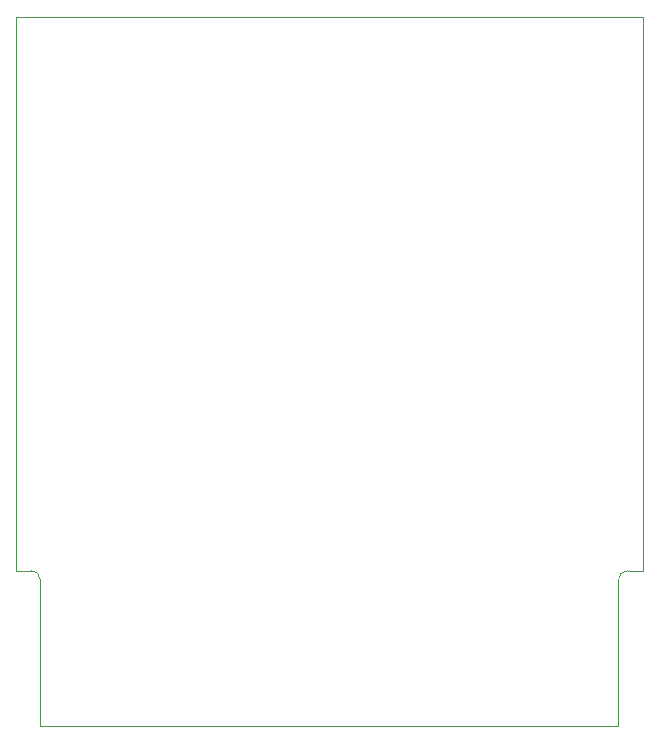
<source format=gbr>
%TF.GenerationSoftware,KiCad,Pcbnew,(6.0.2)*%
%TF.CreationDate,2022-09-24T00:31:47-05:00*%
%TF.ProjectId,REF1790,52454631-3739-4302-9e6b-696361645f70,rev?*%
%TF.SameCoordinates,Original*%
%TF.FileFunction,Profile,NP*%
%FSLAX46Y46*%
G04 Gerber Fmt 4.6, Leading zero omitted, Abs format (unit mm)*
G04 Created by KiCad (PCBNEW (6.0.2)) date 2022-09-24 00:31:47*
%MOMM*%
%LPD*%
G01*
G04 APERTURE LIST*
%TA.AperFunction,Profile*%
%ADD10C,0.002000*%
%TD*%
G04 APERTURE END LIST*
D10*
X127168100Y-111546700D02*
X127168100Y-64696700D01*
X127168100Y-64696700D02*
X180278100Y-64696700D01*
X128477506Y-111546700D02*
X127168100Y-111546700D01*
X178203100Y-124726700D02*
X129243100Y-124726700D01*
X178969000Y-111546701D02*
G75*
G03*
X178203000Y-112331000I-3644J-762654D01*
G01*
X180278100Y-64696700D02*
X180278100Y-111546700D01*
X129243100Y-112332396D02*
X129243100Y-124726700D01*
X129243100Y-112332396D02*
G75*
G03*
X128477506Y-111546700I-763492J21893D01*
G01*
X178203100Y-112331000D02*
X178203100Y-124726700D01*
X178969000Y-111546700D02*
X180278100Y-111546700D01*
M02*

</source>
